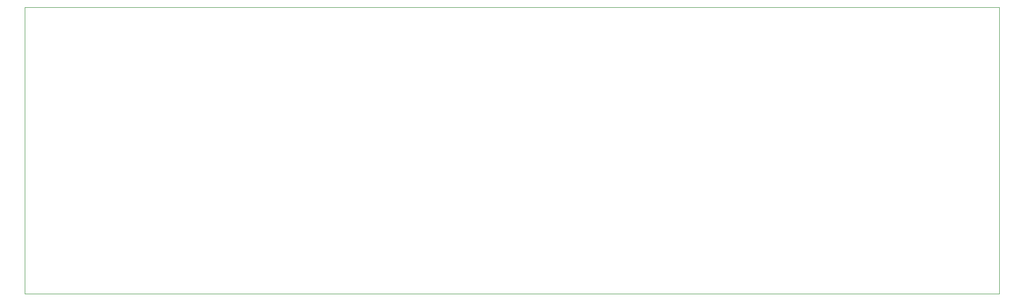
<source format=gbr>
%TF.GenerationSoftware,KiCad,Pcbnew,(5.1.10)-1*%
%TF.CreationDate,2021-11-20T18:22:11+01:00*%
%TF.ProjectId,MRAMP00_PowerSupply,4d52414d-5030-4305-9f50-6f7765725375,rev?*%
%TF.SameCoordinates,Original*%
%TF.FileFunction,Profile,NP*%
%FSLAX46Y46*%
G04 Gerber Fmt 4.6, Leading zero omitted, Abs format (unit mm)*
G04 Created by KiCad (PCBNEW (5.1.10)-1) date 2021-11-20 18:22:11*
%MOMM*%
%LPD*%
G01*
G04 APERTURE LIST*
%TA.AperFunction,Profile*%
%ADD10C,0.050000*%
%TD*%
G04 APERTURE END LIST*
D10*
X-641990000Y39246000D02*
X-471990000Y39246000D01*
X-471990000Y39246000D02*
X-471990000Y-10754000D01*
X-641990000Y-10754000D02*
X-471990000Y-10754000D01*
X-641990000Y39246000D02*
X-641990000Y-10754000D01*
M02*

</source>
